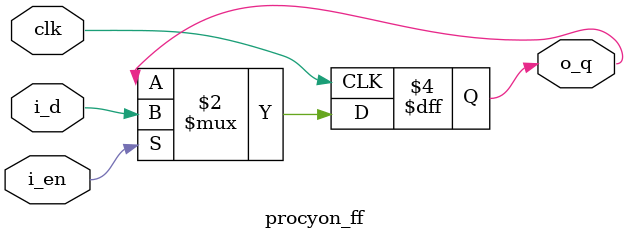
<source format=sv>
/*
 * Copyright (c) 2021 Sekhar Bhattacharya
 *
 * SPDX-License-Identifier: MIT
 */

// n-bit flip-flop with enable

module procyon_ff #(
    parameter OPTN_DATA_WIDTH = 1
)(
    input  logic                       clk,

    input  logic                       i_en,
    input  logic [OPTN_DATA_WIDTH-1:0] i_d,
    output logic [OPTN_DATA_WIDTH-1:0] o_q
);

    always_ff @(posedge clk) if (i_en) o_q <= i_d;

endmodule

</source>
